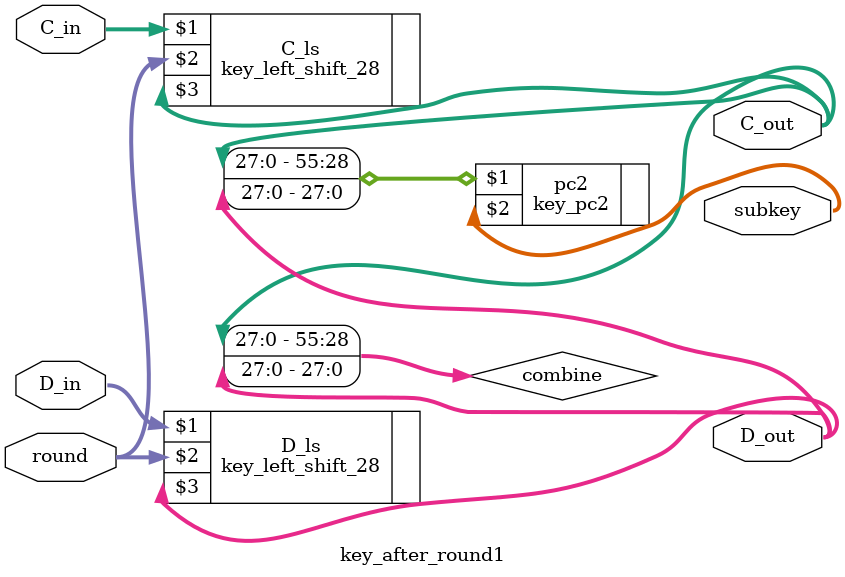
<source format=v>
`timescale 1ns / 1ps


module key_after_round1(
    input [27:0] C_in,
    input [27:0] D_in,
    input [3:0] round,
    output [27:0] C_out,
    output [27:0] D_out,
    output [47:0] subkey
    );
    wire [55:0] combine; 
    
    key_left_shift_28 C_ls (C_in, round, C_out);
    key_left_shift_28 D_ls (D_in, round, D_out);
    
    assign combine= {C_out, D_out};
    
    key_pc2 pc2(combine, subkey);
endmodule

</source>
